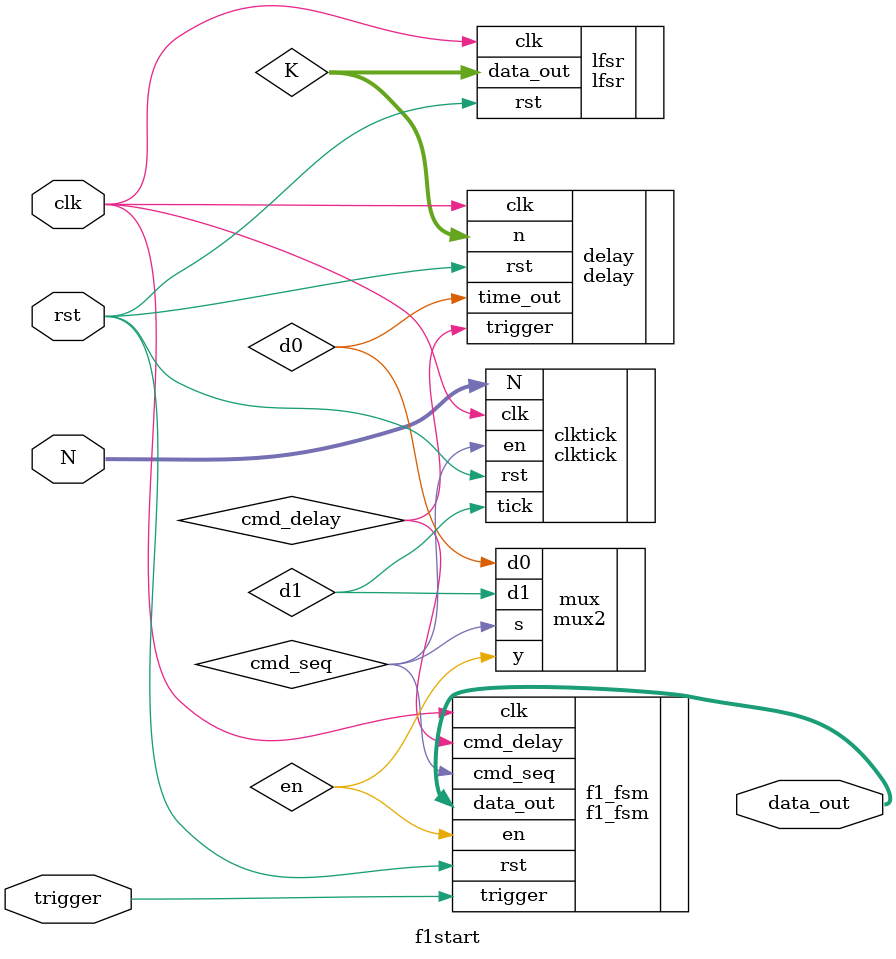
<source format=sv>
module f1start# (
    parameter WIDTH = 16
)(
    input logic clk,
    input logic rst,
    input logic trigger,
    input logic [WIDTH-1:0] N,
    output logic [7:0] data_out
);

    logic cmd_seq, cmd_delay, d0, d1, en;
    logic [6:0] K;

clktick #(WIDTH) clktick(
    .clk(clk),
    .N(N),
    .en(cmd_seq),
    .rst(rst),
    .tick(d1)
);

lfsr lfsr(
    .clk(clk),
    .rst(rst),
    .data_out(K)
);

delay #(7) delay(
    .clk(clk),
    .rst(rst),
    .n(K),
    .trigger(cmd_delay),
    .time_out(d0)
);

mux2 mux(
    .d0(d0),
    .d1(d1),
    .s(cmd_seq),
    .y(en)
);

f1_fsm f1_fsm(
    .clk(clk),
    .rst(rst),
    .en(en),
    .data_out(data_out),
    .trigger(trigger),
    .cmd_seq(cmd_seq),
    .cmd_delay(cmd_delay)
);

endmodule

</source>
